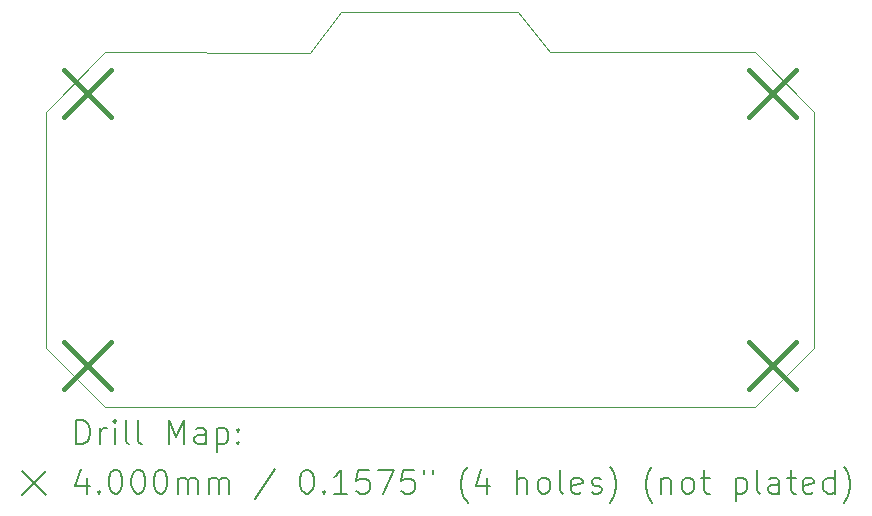
<source format=gbr>
%TF.GenerationSoftware,KiCad,Pcbnew,8.0.5*%
%TF.CreationDate,2024-09-26T10:19:20+02:00*%
%TF.ProjectId,BL-R8812AF1 2x mount,424c2d52-3838-4313-9241-463120327820,rev?*%
%TF.SameCoordinates,Original*%
%TF.FileFunction,Drillmap*%
%TF.FilePolarity,Positive*%
%FSLAX45Y45*%
G04 Gerber Fmt 4.5, Leading zero omitted, Abs format (unit mm)*
G04 Created by KiCad (PCBNEW 8.0.5) date 2024-09-26 10:19:20*
%MOMM*%
%LPD*%
G01*
G04 APERTURE LIST*
%ADD10C,0.050000*%
%ADD11C,0.200000*%
%ADD12C,0.400000*%
G04 APERTURE END LIST*
D10*
X13450000Y-7048500D02*
X13716000Y-7390000D01*
X11950000Y-7048500D02*
X11684000Y-7391400D01*
X9950000Y-7390000D02*
X11684000Y-7391400D01*
X11950000Y-7048500D02*
X13450000Y-7048500D01*
X15450000Y-7390000D02*
X15950000Y-7890000D01*
X15450000Y-10390000D02*
X15950000Y-9890000D01*
X9450000Y-9890000D02*
X9950000Y-10390000D01*
X9450000Y-7890000D02*
X9950000Y-7390000D01*
X9950000Y-10390000D02*
X15450000Y-10390000D01*
X9450000Y-7890000D02*
X9450000Y-9890000D01*
X15950000Y-7890000D02*
X15950000Y-9890000D01*
X13716000Y-7390000D02*
X15450000Y-7390000D01*
D11*
D12*
X9600000Y-7540000D02*
X10000000Y-7940000D01*
X10000000Y-7540000D02*
X9600000Y-7940000D01*
X9600000Y-9840000D02*
X10000000Y-10240000D01*
X10000000Y-9840000D02*
X9600000Y-10240000D01*
X15400000Y-7540000D02*
X15800000Y-7940000D01*
X15800000Y-7540000D02*
X15400000Y-7940000D01*
X15400000Y-9840000D02*
X15800000Y-10240000D01*
X15800000Y-9840000D02*
X15400000Y-10240000D01*
D11*
X9708277Y-10703984D02*
X9708277Y-10503984D01*
X9708277Y-10503984D02*
X9755896Y-10503984D01*
X9755896Y-10503984D02*
X9784467Y-10513508D01*
X9784467Y-10513508D02*
X9803515Y-10532555D01*
X9803515Y-10532555D02*
X9813039Y-10551603D01*
X9813039Y-10551603D02*
X9822563Y-10589698D01*
X9822563Y-10589698D02*
X9822563Y-10618270D01*
X9822563Y-10618270D02*
X9813039Y-10656365D01*
X9813039Y-10656365D02*
X9803515Y-10675412D01*
X9803515Y-10675412D02*
X9784467Y-10694460D01*
X9784467Y-10694460D02*
X9755896Y-10703984D01*
X9755896Y-10703984D02*
X9708277Y-10703984D01*
X9908277Y-10703984D02*
X9908277Y-10570650D01*
X9908277Y-10608746D02*
X9917801Y-10589698D01*
X9917801Y-10589698D02*
X9927324Y-10580174D01*
X9927324Y-10580174D02*
X9946372Y-10570650D01*
X9946372Y-10570650D02*
X9965420Y-10570650D01*
X10032086Y-10703984D02*
X10032086Y-10570650D01*
X10032086Y-10503984D02*
X10022563Y-10513508D01*
X10022563Y-10513508D02*
X10032086Y-10523031D01*
X10032086Y-10523031D02*
X10041610Y-10513508D01*
X10041610Y-10513508D02*
X10032086Y-10503984D01*
X10032086Y-10503984D02*
X10032086Y-10523031D01*
X10155896Y-10703984D02*
X10136848Y-10694460D01*
X10136848Y-10694460D02*
X10127324Y-10675412D01*
X10127324Y-10675412D02*
X10127324Y-10503984D01*
X10260658Y-10703984D02*
X10241610Y-10694460D01*
X10241610Y-10694460D02*
X10232086Y-10675412D01*
X10232086Y-10675412D02*
X10232086Y-10503984D01*
X10489229Y-10703984D02*
X10489229Y-10503984D01*
X10489229Y-10503984D02*
X10555896Y-10646841D01*
X10555896Y-10646841D02*
X10622563Y-10503984D01*
X10622563Y-10503984D02*
X10622563Y-10703984D01*
X10803515Y-10703984D02*
X10803515Y-10599222D01*
X10803515Y-10599222D02*
X10793991Y-10580174D01*
X10793991Y-10580174D02*
X10774944Y-10570650D01*
X10774944Y-10570650D02*
X10736848Y-10570650D01*
X10736848Y-10570650D02*
X10717801Y-10580174D01*
X10803515Y-10694460D02*
X10784467Y-10703984D01*
X10784467Y-10703984D02*
X10736848Y-10703984D01*
X10736848Y-10703984D02*
X10717801Y-10694460D01*
X10717801Y-10694460D02*
X10708277Y-10675412D01*
X10708277Y-10675412D02*
X10708277Y-10656365D01*
X10708277Y-10656365D02*
X10717801Y-10637317D01*
X10717801Y-10637317D02*
X10736848Y-10627793D01*
X10736848Y-10627793D02*
X10784467Y-10627793D01*
X10784467Y-10627793D02*
X10803515Y-10618270D01*
X10898753Y-10570650D02*
X10898753Y-10770650D01*
X10898753Y-10580174D02*
X10917801Y-10570650D01*
X10917801Y-10570650D02*
X10955896Y-10570650D01*
X10955896Y-10570650D02*
X10974944Y-10580174D01*
X10974944Y-10580174D02*
X10984467Y-10589698D01*
X10984467Y-10589698D02*
X10993991Y-10608746D01*
X10993991Y-10608746D02*
X10993991Y-10665889D01*
X10993991Y-10665889D02*
X10984467Y-10684936D01*
X10984467Y-10684936D02*
X10974944Y-10694460D01*
X10974944Y-10694460D02*
X10955896Y-10703984D01*
X10955896Y-10703984D02*
X10917801Y-10703984D01*
X10917801Y-10703984D02*
X10898753Y-10694460D01*
X11079705Y-10684936D02*
X11089229Y-10694460D01*
X11089229Y-10694460D02*
X11079705Y-10703984D01*
X11079705Y-10703984D02*
X11070182Y-10694460D01*
X11070182Y-10694460D02*
X11079705Y-10684936D01*
X11079705Y-10684936D02*
X11079705Y-10703984D01*
X11079705Y-10580174D02*
X11089229Y-10589698D01*
X11089229Y-10589698D02*
X11079705Y-10599222D01*
X11079705Y-10599222D02*
X11070182Y-10589698D01*
X11070182Y-10589698D02*
X11079705Y-10580174D01*
X11079705Y-10580174D02*
X11079705Y-10599222D01*
X9247500Y-10932500D02*
X9447500Y-11132500D01*
X9447500Y-10932500D02*
X9247500Y-11132500D01*
X9793991Y-10990650D02*
X9793991Y-11123984D01*
X9746372Y-10914460D02*
X9698753Y-11057317D01*
X9698753Y-11057317D02*
X9822563Y-11057317D01*
X9898753Y-11104936D02*
X9908277Y-11114460D01*
X9908277Y-11114460D02*
X9898753Y-11123984D01*
X9898753Y-11123984D02*
X9889229Y-11114460D01*
X9889229Y-11114460D02*
X9898753Y-11104936D01*
X9898753Y-11104936D02*
X9898753Y-11123984D01*
X10032086Y-10923984D02*
X10051134Y-10923984D01*
X10051134Y-10923984D02*
X10070182Y-10933508D01*
X10070182Y-10933508D02*
X10079705Y-10943031D01*
X10079705Y-10943031D02*
X10089229Y-10962079D01*
X10089229Y-10962079D02*
X10098753Y-11000174D01*
X10098753Y-11000174D02*
X10098753Y-11047793D01*
X10098753Y-11047793D02*
X10089229Y-11085889D01*
X10089229Y-11085889D02*
X10079705Y-11104936D01*
X10079705Y-11104936D02*
X10070182Y-11114460D01*
X10070182Y-11114460D02*
X10051134Y-11123984D01*
X10051134Y-11123984D02*
X10032086Y-11123984D01*
X10032086Y-11123984D02*
X10013039Y-11114460D01*
X10013039Y-11114460D02*
X10003515Y-11104936D01*
X10003515Y-11104936D02*
X9993991Y-11085889D01*
X9993991Y-11085889D02*
X9984467Y-11047793D01*
X9984467Y-11047793D02*
X9984467Y-11000174D01*
X9984467Y-11000174D02*
X9993991Y-10962079D01*
X9993991Y-10962079D02*
X10003515Y-10943031D01*
X10003515Y-10943031D02*
X10013039Y-10933508D01*
X10013039Y-10933508D02*
X10032086Y-10923984D01*
X10222563Y-10923984D02*
X10241610Y-10923984D01*
X10241610Y-10923984D02*
X10260658Y-10933508D01*
X10260658Y-10933508D02*
X10270182Y-10943031D01*
X10270182Y-10943031D02*
X10279705Y-10962079D01*
X10279705Y-10962079D02*
X10289229Y-11000174D01*
X10289229Y-11000174D02*
X10289229Y-11047793D01*
X10289229Y-11047793D02*
X10279705Y-11085889D01*
X10279705Y-11085889D02*
X10270182Y-11104936D01*
X10270182Y-11104936D02*
X10260658Y-11114460D01*
X10260658Y-11114460D02*
X10241610Y-11123984D01*
X10241610Y-11123984D02*
X10222563Y-11123984D01*
X10222563Y-11123984D02*
X10203515Y-11114460D01*
X10203515Y-11114460D02*
X10193991Y-11104936D01*
X10193991Y-11104936D02*
X10184467Y-11085889D01*
X10184467Y-11085889D02*
X10174944Y-11047793D01*
X10174944Y-11047793D02*
X10174944Y-11000174D01*
X10174944Y-11000174D02*
X10184467Y-10962079D01*
X10184467Y-10962079D02*
X10193991Y-10943031D01*
X10193991Y-10943031D02*
X10203515Y-10933508D01*
X10203515Y-10933508D02*
X10222563Y-10923984D01*
X10413039Y-10923984D02*
X10432086Y-10923984D01*
X10432086Y-10923984D02*
X10451134Y-10933508D01*
X10451134Y-10933508D02*
X10460658Y-10943031D01*
X10460658Y-10943031D02*
X10470182Y-10962079D01*
X10470182Y-10962079D02*
X10479705Y-11000174D01*
X10479705Y-11000174D02*
X10479705Y-11047793D01*
X10479705Y-11047793D02*
X10470182Y-11085889D01*
X10470182Y-11085889D02*
X10460658Y-11104936D01*
X10460658Y-11104936D02*
X10451134Y-11114460D01*
X10451134Y-11114460D02*
X10432086Y-11123984D01*
X10432086Y-11123984D02*
X10413039Y-11123984D01*
X10413039Y-11123984D02*
X10393991Y-11114460D01*
X10393991Y-11114460D02*
X10384467Y-11104936D01*
X10384467Y-11104936D02*
X10374944Y-11085889D01*
X10374944Y-11085889D02*
X10365420Y-11047793D01*
X10365420Y-11047793D02*
X10365420Y-11000174D01*
X10365420Y-11000174D02*
X10374944Y-10962079D01*
X10374944Y-10962079D02*
X10384467Y-10943031D01*
X10384467Y-10943031D02*
X10393991Y-10933508D01*
X10393991Y-10933508D02*
X10413039Y-10923984D01*
X10565420Y-11123984D02*
X10565420Y-10990650D01*
X10565420Y-11009698D02*
X10574944Y-11000174D01*
X10574944Y-11000174D02*
X10593991Y-10990650D01*
X10593991Y-10990650D02*
X10622563Y-10990650D01*
X10622563Y-10990650D02*
X10641610Y-11000174D01*
X10641610Y-11000174D02*
X10651134Y-11019222D01*
X10651134Y-11019222D02*
X10651134Y-11123984D01*
X10651134Y-11019222D02*
X10660658Y-11000174D01*
X10660658Y-11000174D02*
X10679705Y-10990650D01*
X10679705Y-10990650D02*
X10708277Y-10990650D01*
X10708277Y-10990650D02*
X10727325Y-11000174D01*
X10727325Y-11000174D02*
X10736848Y-11019222D01*
X10736848Y-11019222D02*
X10736848Y-11123984D01*
X10832086Y-11123984D02*
X10832086Y-10990650D01*
X10832086Y-11009698D02*
X10841610Y-11000174D01*
X10841610Y-11000174D02*
X10860658Y-10990650D01*
X10860658Y-10990650D02*
X10889229Y-10990650D01*
X10889229Y-10990650D02*
X10908277Y-11000174D01*
X10908277Y-11000174D02*
X10917801Y-11019222D01*
X10917801Y-11019222D02*
X10917801Y-11123984D01*
X10917801Y-11019222D02*
X10927325Y-11000174D01*
X10927325Y-11000174D02*
X10946372Y-10990650D01*
X10946372Y-10990650D02*
X10974944Y-10990650D01*
X10974944Y-10990650D02*
X10993991Y-11000174D01*
X10993991Y-11000174D02*
X11003515Y-11019222D01*
X11003515Y-11019222D02*
X11003515Y-11123984D01*
X11393991Y-10914460D02*
X11222563Y-11171603D01*
X11651134Y-10923984D02*
X11670182Y-10923984D01*
X11670182Y-10923984D02*
X11689229Y-10933508D01*
X11689229Y-10933508D02*
X11698753Y-10943031D01*
X11698753Y-10943031D02*
X11708277Y-10962079D01*
X11708277Y-10962079D02*
X11717801Y-11000174D01*
X11717801Y-11000174D02*
X11717801Y-11047793D01*
X11717801Y-11047793D02*
X11708277Y-11085889D01*
X11708277Y-11085889D02*
X11698753Y-11104936D01*
X11698753Y-11104936D02*
X11689229Y-11114460D01*
X11689229Y-11114460D02*
X11670182Y-11123984D01*
X11670182Y-11123984D02*
X11651134Y-11123984D01*
X11651134Y-11123984D02*
X11632086Y-11114460D01*
X11632086Y-11114460D02*
X11622563Y-11104936D01*
X11622563Y-11104936D02*
X11613039Y-11085889D01*
X11613039Y-11085889D02*
X11603515Y-11047793D01*
X11603515Y-11047793D02*
X11603515Y-11000174D01*
X11603515Y-11000174D02*
X11613039Y-10962079D01*
X11613039Y-10962079D02*
X11622563Y-10943031D01*
X11622563Y-10943031D02*
X11632086Y-10933508D01*
X11632086Y-10933508D02*
X11651134Y-10923984D01*
X11803515Y-11104936D02*
X11813039Y-11114460D01*
X11813039Y-11114460D02*
X11803515Y-11123984D01*
X11803515Y-11123984D02*
X11793991Y-11114460D01*
X11793991Y-11114460D02*
X11803515Y-11104936D01*
X11803515Y-11104936D02*
X11803515Y-11123984D01*
X12003515Y-11123984D02*
X11889229Y-11123984D01*
X11946372Y-11123984D02*
X11946372Y-10923984D01*
X11946372Y-10923984D02*
X11927325Y-10952555D01*
X11927325Y-10952555D02*
X11908277Y-10971603D01*
X11908277Y-10971603D02*
X11889229Y-10981127D01*
X12184467Y-10923984D02*
X12089229Y-10923984D01*
X12089229Y-10923984D02*
X12079706Y-11019222D01*
X12079706Y-11019222D02*
X12089229Y-11009698D01*
X12089229Y-11009698D02*
X12108277Y-11000174D01*
X12108277Y-11000174D02*
X12155896Y-11000174D01*
X12155896Y-11000174D02*
X12174944Y-11009698D01*
X12174944Y-11009698D02*
X12184467Y-11019222D01*
X12184467Y-11019222D02*
X12193991Y-11038270D01*
X12193991Y-11038270D02*
X12193991Y-11085889D01*
X12193991Y-11085889D02*
X12184467Y-11104936D01*
X12184467Y-11104936D02*
X12174944Y-11114460D01*
X12174944Y-11114460D02*
X12155896Y-11123984D01*
X12155896Y-11123984D02*
X12108277Y-11123984D01*
X12108277Y-11123984D02*
X12089229Y-11114460D01*
X12089229Y-11114460D02*
X12079706Y-11104936D01*
X12260658Y-10923984D02*
X12393991Y-10923984D01*
X12393991Y-10923984D02*
X12308277Y-11123984D01*
X12565420Y-10923984D02*
X12470182Y-10923984D01*
X12470182Y-10923984D02*
X12460658Y-11019222D01*
X12460658Y-11019222D02*
X12470182Y-11009698D01*
X12470182Y-11009698D02*
X12489229Y-11000174D01*
X12489229Y-11000174D02*
X12536848Y-11000174D01*
X12536848Y-11000174D02*
X12555896Y-11009698D01*
X12555896Y-11009698D02*
X12565420Y-11019222D01*
X12565420Y-11019222D02*
X12574944Y-11038270D01*
X12574944Y-11038270D02*
X12574944Y-11085889D01*
X12574944Y-11085889D02*
X12565420Y-11104936D01*
X12565420Y-11104936D02*
X12555896Y-11114460D01*
X12555896Y-11114460D02*
X12536848Y-11123984D01*
X12536848Y-11123984D02*
X12489229Y-11123984D01*
X12489229Y-11123984D02*
X12470182Y-11114460D01*
X12470182Y-11114460D02*
X12460658Y-11104936D01*
X12651134Y-10923984D02*
X12651134Y-10962079D01*
X12727325Y-10923984D02*
X12727325Y-10962079D01*
X13022563Y-11200174D02*
X13013039Y-11190650D01*
X13013039Y-11190650D02*
X12993991Y-11162079D01*
X12993991Y-11162079D02*
X12984468Y-11143031D01*
X12984468Y-11143031D02*
X12974944Y-11114460D01*
X12974944Y-11114460D02*
X12965420Y-11066841D01*
X12965420Y-11066841D02*
X12965420Y-11028746D01*
X12965420Y-11028746D02*
X12974944Y-10981127D01*
X12974944Y-10981127D02*
X12984468Y-10952555D01*
X12984468Y-10952555D02*
X12993991Y-10933508D01*
X12993991Y-10933508D02*
X13013039Y-10904936D01*
X13013039Y-10904936D02*
X13022563Y-10895412D01*
X13184468Y-10990650D02*
X13184468Y-11123984D01*
X13136848Y-10914460D02*
X13089229Y-11057317D01*
X13089229Y-11057317D02*
X13213039Y-11057317D01*
X13441610Y-11123984D02*
X13441610Y-10923984D01*
X13527325Y-11123984D02*
X13527325Y-11019222D01*
X13527325Y-11019222D02*
X13517801Y-11000174D01*
X13517801Y-11000174D02*
X13498753Y-10990650D01*
X13498753Y-10990650D02*
X13470182Y-10990650D01*
X13470182Y-10990650D02*
X13451134Y-11000174D01*
X13451134Y-11000174D02*
X13441610Y-11009698D01*
X13651134Y-11123984D02*
X13632087Y-11114460D01*
X13632087Y-11114460D02*
X13622563Y-11104936D01*
X13622563Y-11104936D02*
X13613039Y-11085889D01*
X13613039Y-11085889D02*
X13613039Y-11028746D01*
X13613039Y-11028746D02*
X13622563Y-11009698D01*
X13622563Y-11009698D02*
X13632087Y-11000174D01*
X13632087Y-11000174D02*
X13651134Y-10990650D01*
X13651134Y-10990650D02*
X13679706Y-10990650D01*
X13679706Y-10990650D02*
X13698753Y-11000174D01*
X13698753Y-11000174D02*
X13708277Y-11009698D01*
X13708277Y-11009698D02*
X13717801Y-11028746D01*
X13717801Y-11028746D02*
X13717801Y-11085889D01*
X13717801Y-11085889D02*
X13708277Y-11104936D01*
X13708277Y-11104936D02*
X13698753Y-11114460D01*
X13698753Y-11114460D02*
X13679706Y-11123984D01*
X13679706Y-11123984D02*
X13651134Y-11123984D01*
X13832087Y-11123984D02*
X13813039Y-11114460D01*
X13813039Y-11114460D02*
X13803515Y-11095412D01*
X13803515Y-11095412D02*
X13803515Y-10923984D01*
X13984468Y-11114460D02*
X13965420Y-11123984D01*
X13965420Y-11123984D02*
X13927325Y-11123984D01*
X13927325Y-11123984D02*
X13908277Y-11114460D01*
X13908277Y-11114460D02*
X13898753Y-11095412D01*
X13898753Y-11095412D02*
X13898753Y-11019222D01*
X13898753Y-11019222D02*
X13908277Y-11000174D01*
X13908277Y-11000174D02*
X13927325Y-10990650D01*
X13927325Y-10990650D02*
X13965420Y-10990650D01*
X13965420Y-10990650D02*
X13984468Y-11000174D01*
X13984468Y-11000174D02*
X13993991Y-11019222D01*
X13993991Y-11019222D02*
X13993991Y-11038270D01*
X13993991Y-11038270D02*
X13898753Y-11057317D01*
X14070182Y-11114460D02*
X14089230Y-11123984D01*
X14089230Y-11123984D02*
X14127325Y-11123984D01*
X14127325Y-11123984D02*
X14146372Y-11114460D01*
X14146372Y-11114460D02*
X14155896Y-11095412D01*
X14155896Y-11095412D02*
X14155896Y-11085889D01*
X14155896Y-11085889D02*
X14146372Y-11066841D01*
X14146372Y-11066841D02*
X14127325Y-11057317D01*
X14127325Y-11057317D02*
X14098753Y-11057317D01*
X14098753Y-11057317D02*
X14079706Y-11047793D01*
X14079706Y-11047793D02*
X14070182Y-11028746D01*
X14070182Y-11028746D02*
X14070182Y-11019222D01*
X14070182Y-11019222D02*
X14079706Y-11000174D01*
X14079706Y-11000174D02*
X14098753Y-10990650D01*
X14098753Y-10990650D02*
X14127325Y-10990650D01*
X14127325Y-10990650D02*
X14146372Y-11000174D01*
X14222563Y-11200174D02*
X14232087Y-11190650D01*
X14232087Y-11190650D02*
X14251134Y-11162079D01*
X14251134Y-11162079D02*
X14260658Y-11143031D01*
X14260658Y-11143031D02*
X14270182Y-11114460D01*
X14270182Y-11114460D02*
X14279706Y-11066841D01*
X14279706Y-11066841D02*
X14279706Y-11028746D01*
X14279706Y-11028746D02*
X14270182Y-10981127D01*
X14270182Y-10981127D02*
X14260658Y-10952555D01*
X14260658Y-10952555D02*
X14251134Y-10933508D01*
X14251134Y-10933508D02*
X14232087Y-10904936D01*
X14232087Y-10904936D02*
X14222563Y-10895412D01*
X14584468Y-11200174D02*
X14574944Y-11190650D01*
X14574944Y-11190650D02*
X14555896Y-11162079D01*
X14555896Y-11162079D02*
X14546372Y-11143031D01*
X14546372Y-11143031D02*
X14536849Y-11114460D01*
X14536849Y-11114460D02*
X14527325Y-11066841D01*
X14527325Y-11066841D02*
X14527325Y-11028746D01*
X14527325Y-11028746D02*
X14536849Y-10981127D01*
X14536849Y-10981127D02*
X14546372Y-10952555D01*
X14546372Y-10952555D02*
X14555896Y-10933508D01*
X14555896Y-10933508D02*
X14574944Y-10904936D01*
X14574944Y-10904936D02*
X14584468Y-10895412D01*
X14660658Y-10990650D02*
X14660658Y-11123984D01*
X14660658Y-11009698D02*
X14670182Y-11000174D01*
X14670182Y-11000174D02*
X14689230Y-10990650D01*
X14689230Y-10990650D02*
X14717801Y-10990650D01*
X14717801Y-10990650D02*
X14736849Y-11000174D01*
X14736849Y-11000174D02*
X14746372Y-11019222D01*
X14746372Y-11019222D02*
X14746372Y-11123984D01*
X14870182Y-11123984D02*
X14851134Y-11114460D01*
X14851134Y-11114460D02*
X14841611Y-11104936D01*
X14841611Y-11104936D02*
X14832087Y-11085889D01*
X14832087Y-11085889D02*
X14832087Y-11028746D01*
X14832087Y-11028746D02*
X14841611Y-11009698D01*
X14841611Y-11009698D02*
X14851134Y-11000174D01*
X14851134Y-11000174D02*
X14870182Y-10990650D01*
X14870182Y-10990650D02*
X14898753Y-10990650D01*
X14898753Y-10990650D02*
X14917801Y-11000174D01*
X14917801Y-11000174D02*
X14927325Y-11009698D01*
X14927325Y-11009698D02*
X14936849Y-11028746D01*
X14936849Y-11028746D02*
X14936849Y-11085889D01*
X14936849Y-11085889D02*
X14927325Y-11104936D01*
X14927325Y-11104936D02*
X14917801Y-11114460D01*
X14917801Y-11114460D02*
X14898753Y-11123984D01*
X14898753Y-11123984D02*
X14870182Y-11123984D01*
X14993992Y-10990650D02*
X15070182Y-10990650D01*
X15022563Y-10923984D02*
X15022563Y-11095412D01*
X15022563Y-11095412D02*
X15032087Y-11114460D01*
X15032087Y-11114460D02*
X15051134Y-11123984D01*
X15051134Y-11123984D02*
X15070182Y-11123984D01*
X15289230Y-10990650D02*
X15289230Y-11190650D01*
X15289230Y-11000174D02*
X15308277Y-10990650D01*
X15308277Y-10990650D02*
X15346373Y-10990650D01*
X15346373Y-10990650D02*
X15365420Y-11000174D01*
X15365420Y-11000174D02*
X15374944Y-11009698D01*
X15374944Y-11009698D02*
X15384468Y-11028746D01*
X15384468Y-11028746D02*
X15384468Y-11085889D01*
X15384468Y-11085889D02*
X15374944Y-11104936D01*
X15374944Y-11104936D02*
X15365420Y-11114460D01*
X15365420Y-11114460D02*
X15346373Y-11123984D01*
X15346373Y-11123984D02*
X15308277Y-11123984D01*
X15308277Y-11123984D02*
X15289230Y-11114460D01*
X15498753Y-11123984D02*
X15479706Y-11114460D01*
X15479706Y-11114460D02*
X15470182Y-11095412D01*
X15470182Y-11095412D02*
X15470182Y-10923984D01*
X15660658Y-11123984D02*
X15660658Y-11019222D01*
X15660658Y-11019222D02*
X15651134Y-11000174D01*
X15651134Y-11000174D02*
X15632087Y-10990650D01*
X15632087Y-10990650D02*
X15593992Y-10990650D01*
X15593992Y-10990650D02*
X15574944Y-11000174D01*
X15660658Y-11114460D02*
X15641611Y-11123984D01*
X15641611Y-11123984D02*
X15593992Y-11123984D01*
X15593992Y-11123984D02*
X15574944Y-11114460D01*
X15574944Y-11114460D02*
X15565420Y-11095412D01*
X15565420Y-11095412D02*
X15565420Y-11076365D01*
X15565420Y-11076365D02*
X15574944Y-11057317D01*
X15574944Y-11057317D02*
X15593992Y-11047793D01*
X15593992Y-11047793D02*
X15641611Y-11047793D01*
X15641611Y-11047793D02*
X15660658Y-11038270D01*
X15727325Y-10990650D02*
X15803515Y-10990650D01*
X15755896Y-10923984D02*
X15755896Y-11095412D01*
X15755896Y-11095412D02*
X15765420Y-11114460D01*
X15765420Y-11114460D02*
X15784468Y-11123984D01*
X15784468Y-11123984D02*
X15803515Y-11123984D01*
X15946373Y-11114460D02*
X15927325Y-11123984D01*
X15927325Y-11123984D02*
X15889230Y-11123984D01*
X15889230Y-11123984D02*
X15870182Y-11114460D01*
X15870182Y-11114460D02*
X15860658Y-11095412D01*
X15860658Y-11095412D02*
X15860658Y-11019222D01*
X15860658Y-11019222D02*
X15870182Y-11000174D01*
X15870182Y-11000174D02*
X15889230Y-10990650D01*
X15889230Y-10990650D02*
X15927325Y-10990650D01*
X15927325Y-10990650D02*
X15946373Y-11000174D01*
X15946373Y-11000174D02*
X15955896Y-11019222D01*
X15955896Y-11019222D02*
X15955896Y-11038270D01*
X15955896Y-11038270D02*
X15860658Y-11057317D01*
X16127325Y-11123984D02*
X16127325Y-10923984D01*
X16127325Y-11114460D02*
X16108277Y-11123984D01*
X16108277Y-11123984D02*
X16070182Y-11123984D01*
X16070182Y-11123984D02*
X16051134Y-11114460D01*
X16051134Y-11114460D02*
X16041611Y-11104936D01*
X16041611Y-11104936D02*
X16032087Y-11085889D01*
X16032087Y-11085889D02*
X16032087Y-11028746D01*
X16032087Y-11028746D02*
X16041611Y-11009698D01*
X16041611Y-11009698D02*
X16051134Y-11000174D01*
X16051134Y-11000174D02*
X16070182Y-10990650D01*
X16070182Y-10990650D02*
X16108277Y-10990650D01*
X16108277Y-10990650D02*
X16127325Y-11000174D01*
X16203515Y-11200174D02*
X16213039Y-11190650D01*
X16213039Y-11190650D02*
X16232087Y-11162079D01*
X16232087Y-11162079D02*
X16241611Y-11143031D01*
X16241611Y-11143031D02*
X16251134Y-11114460D01*
X16251134Y-11114460D02*
X16260658Y-11066841D01*
X16260658Y-11066841D02*
X16260658Y-11028746D01*
X16260658Y-11028746D02*
X16251134Y-10981127D01*
X16251134Y-10981127D02*
X16241611Y-10952555D01*
X16241611Y-10952555D02*
X16232087Y-10933508D01*
X16232087Y-10933508D02*
X16213039Y-10904936D01*
X16213039Y-10904936D02*
X16203515Y-10895412D01*
M02*

</source>
